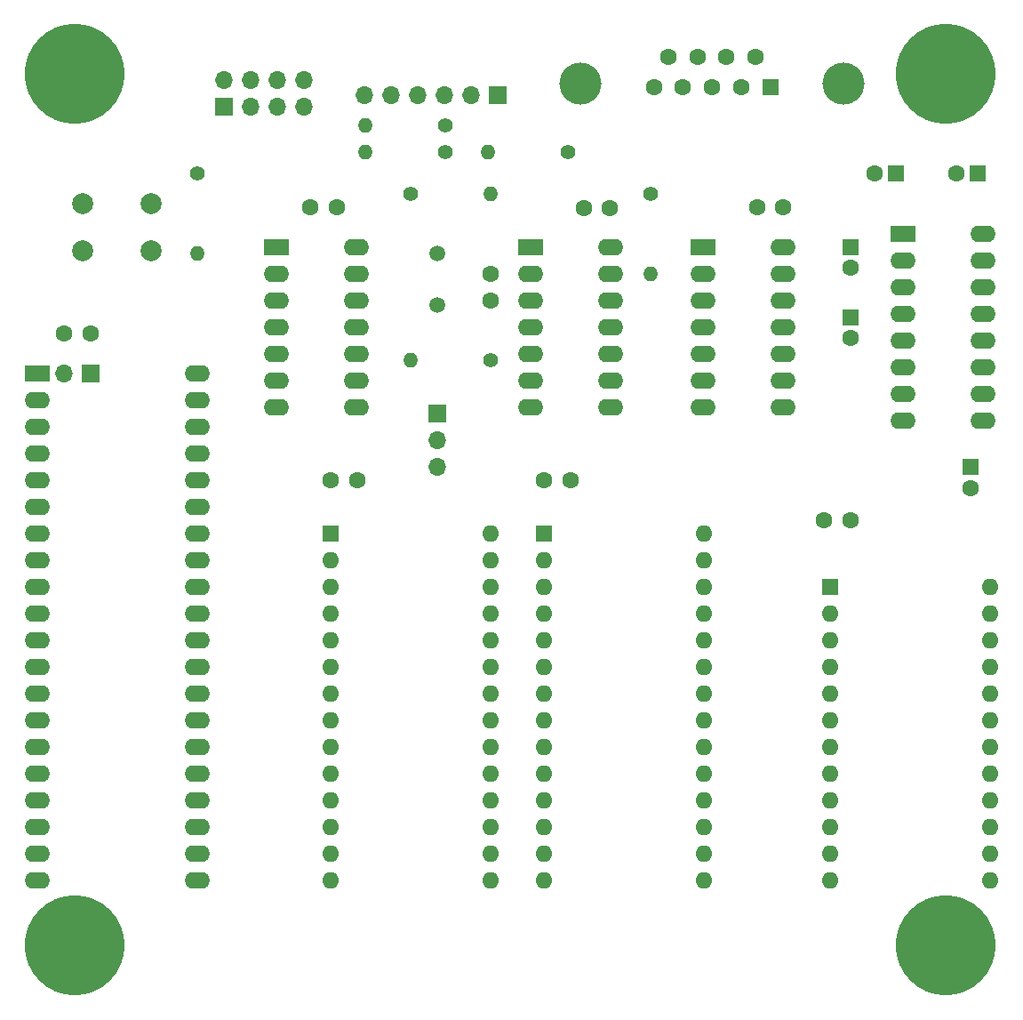
<source format=gts>
G04 #@! TF.GenerationSoftware,KiCad,Pcbnew,(6.0.1)*
G04 #@! TF.CreationDate,2022-09-11T12:04:35-04:00*
G04 #@! TF.ProjectId,SIMPLE-65C02,53494d50-4c45-42d3-9635-4330322e6b69,1*
G04 #@! TF.SameCoordinates,Original*
G04 #@! TF.FileFunction,Soldermask,Top*
G04 #@! TF.FilePolarity,Negative*
%FSLAX46Y46*%
G04 Gerber Fmt 4.6, Leading zero omitted, Abs format (unit mm)*
G04 Created by KiCad (PCBNEW (6.0.1)) date 2022-09-11 12:04:35*
%MOMM*%
%LPD*%
G01*
G04 APERTURE LIST*
%ADD10C,4.000000*%
%ADD11R,1.600000X1.600000*%
%ADD12C,1.600000*%
%ADD13R,2.400000X1.600000*%
%ADD14O,2.400000X1.600000*%
%ADD15C,1.400000*%
%ADD16O,1.400000X1.400000*%
%ADD17C,9.525000*%
%ADD18R,1.700000X1.700000*%
%ADD19O,1.700000X1.700000*%
%ADD20O,1.600000X1.600000*%
%ADD21C,2.000000*%
%ADD22C,1.500000*%
G04 APERTURE END LIST*
D10*
X143245000Y-54940000D03*
X168245000Y-54940000D03*
D11*
X161285000Y-55240000D03*
D12*
X158515000Y-55240000D03*
X155745000Y-55240000D03*
X152975000Y-55240000D03*
X150205000Y-55240000D03*
X159900000Y-52400000D03*
X157130000Y-52400000D03*
X154360000Y-52400000D03*
X151590000Y-52400000D03*
D13*
X173975000Y-69225000D03*
D14*
X173975000Y-71765000D03*
X173975000Y-74305000D03*
X173975000Y-76845000D03*
X173975000Y-79385000D03*
X173975000Y-81925000D03*
X173975000Y-84465000D03*
X173975000Y-87005000D03*
X181595000Y-87005000D03*
X181595000Y-84465000D03*
X181595000Y-81925000D03*
X181595000Y-79385000D03*
X181595000Y-76845000D03*
X181595000Y-74305000D03*
X181595000Y-71765000D03*
X181595000Y-69225000D03*
D12*
X121920000Y-92710000D03*
X119420000Y-92710000D03*
D15*
X134620000Y-81280000D03*
D16*
X127000000Y-81280000D03*
D15*
X106680000Y-63500000D03*
D16*
X106680000Y-71120000D03*
D12*
X96520000Y-78740000D03*
X94020000Y-78740000D03*
D17*
X95000000Y-54000000D03*
D15*
X149860000Y-65400000D03*
D16*
X149860000Y-73020000D03*
D12*
X119995000Y-66675000D03*
X117495000Y-66675000D03*
D15*
X141986000Y-61468000D03*
D16*
X134366000Y-61468000D03*
D13*
X91460000Y-82555000D03*
D14*
X91460000Y-85095000D03*
X91460000Y-87635000D03*
X91460000Y-90175000D03*
X91460000Y-92715000D03*
X91460000Y-95255000D03*
X91460000Y-97795000D03*
X91460000Y-100335000D03*
X91460000Y-102875000D03*
X91460000Y-105415000D03*
X91460000Y-107955000D03*
X91460000Y-110495000D03*
X91460000Y-113035000D03*
X91460000Y-115575000D03*
X91460000Y-118115000D03*
X91460000Y-120655000D03*
X91460000Y-123195000D03*
X91460000Y-125735000D03*
X91460000Y-128275000D03*
X91460000Y-130815000D03*
X106700000Y-130815000D03*
X106700000Y-128275000D03*
X106700000Y-125735000D03*
X106700000Y-123195000D03*
X106700000Y-120655000D03*
X106700000Y-118115000D03*
X106700000Y-115575000D03*
X106700000Y-113035000D03*
X106700000Y-110495000D03*
X106700000Y-107955000D03*
X106700000Y-105415000D03*
X106700000Y-102875000D03*
X106700000Y-100335000D03*
X106700000Y-97795000D03*
X106700000Y-95255000D03*
X106700000Y-92715000D03*
X106700000Y-90175000D03*
X106700000Y-87635000D03*
X106700000Y-85095000D03*
X106700000Y-82555000D03*
D18*
X109230000Y-57155000D03*
D19*
X109230000Y-54615000D03*
X111770000Y-57155000D03*
X111770000Y-54615000D03*
X114310000Y-57155000D03*
X114310000Y-54615000D03*
X116850000Y-57155000D03*
X116850000Y-54615000D03*
D12*
X142240000Y-92710000D03*
X139740000Y-92710000D03*
D11*
X119375000Y-97800000D03*
D20*
X119375000Y-100340000D03*
X119375000Y-102880000D03*
X119375000Y-105420000D03*
X119375000Y-107960000D03*
X119375000Y-110500000D03*
X119375000Y-113040000D03*
X119375000Y-115580000D03*
X119375000Y-118120000D03*
X119375000Y-120660000D03*
X119375000Y-123200000D03*
X119375000Y-125740000D03*
X119375000Y-128280000D03*
X119375000Y-130820000D03*
X134615000Y-130820000D03*
X134615000Y-128280000D03*
X134615000Y-125740000D03*
X134615000Y-123200000D03*
X134615000Y-120660000D03*
X134615000Y-118120000D03*
X134615000Y-115580000D03*
X134615000Y-113040000D03*
X134615000Y-110500000D03*
X134615000Y-107960000D03*
X134615000Y-105420000D03*
X134615000Y-102880000D03*
X134615000Y-100340000D03*
X134615000Y-97800000D03*
D11*
X168910000Y-70480000D03*
D12*
X168910000Y-72480000D03*
X134620000Y-75560000D03*
X134620000Y-73060000D03*
D11*
X167000000Y-102865000D03*
D20*
X167000000Y-105405000D03*
X167000000Y-107945000D03*
X167000000Y-110485000D03*
X167000000Y-113025000D03*
X167000000Y-115565000D03*
X167000000Y-118105000D03*
X167000000Y-120645000D03*
X167000000Y-123185000D03*
X167000000Y-125725000D03*
X167000000Y-128265000D03*
X167000000Y-130805000D03*
X182240000Y-130805000D03*
X182240000Y-128265000D03*
X182240000Y-125725000D03*
X182240000Y-123185000D03*
X182240000Y-120645000D03*
X182240000Y-118105000D03*
X182240000Y-115565000D03*
X182240000Y-113025000D03*
X182240000Y-110485000D03*
X182240000Y-107945000D03*
X182240000Y-105405000D03*
X182240000Y-102865000D03*
D11*
X168910000Y-77149888D03*
D12*
X168910000Y-79149888D03*
X162540000Y-66675000D03*
X160040000Y-66675000D03*
D17*
X95000000Y-137000000D03*
D18*
X135350000Y-56000000D03*
D19*
X132810000Y-56000000D03*
X130270000Y-56000000D03*
X127730000Y-56000000D03*
X125190000Y-56000000D03*
X122650000Y-56000000D03*
D18*
X96520000Y-82550000D03*
D19*
X93980000Y-82550000D03*
D11*
X139695000Y-97800000D03*
D20*
X139695000Y-100340000D03*
X139695000Y-102880000D03*
X139695000Y-105420000D03*
X139695000Y-107960000D03*
X139695000Y-110500000D03*
X139695000Y-113040000D03*
X139695000Y-115580000D03*
X139695000Y-118120000D03*
X139695000Y-120660000D03*
X139695000Y-123200000D03*
X139695000Y-125740000D03*
X139695000Y-128280000D03*
X139695000Y-130820000D03*
X154935000Y-130820000D03*
X154935000Y-128280000D03*
X154935000Y-125740000D03*
X154935000Y-123200000D03*
X154935000Y-120660000D03*
X154935000Y-118120000D03*
X154935000Y-115580000D03*
X154935000Y-113040000D03*
X154935000Y-110500000D03*
X154935000Y-107960000D03*
X154935000Y-105420000D03*
X154935000Y-102880000D03*
X154935000Y-100340000D03*
X154935000Y-97800000D03*
D21*
X95810000Y-66330000D03*
X102310000Y-66330000D03*
X95810000Y-70830000D03*
X102310000Y-70830000D03*
D13*
X154920000Y-70475000D03*
D14*
X154920000Y-73015000D03*
X154920000Y-75555000D03*
X154920000Y-78095000D03*
X154920000Y-80635000D03*
X154920000Y-83175000D03*
X154920000Y-85715000D03*
X162540000Y-85715000D03*
X162540000Y-83175000D03*
X162540000Y-80635000D03*
X162540000Y-78095000D03*
X162540000Y-75555000D03*
X162540000Y-73015000D03*
X162540000Y-70475000D03*
D17*
X178000000Y-54000000D03*
D18*
X129540000Y-86360000D03*
D19*
X129540000Y-88900000D03*
X129540000Y-91440000D03*
D12*
X143530000Y-66802000D03*
X146030000Y-66802000D03*
D15*
X130302000Y-58928000D03*
D16*
X122682000Y-58928000D03*
D17*
X178000000Y-137000000D03*
D11*
X180340000Y-91440000D03*
D12*
X180340000Y-93440000D03*
D11*
X181041113Y-63500000D03*
D12*
X179041113Y-63500000D03*
D15*
X126995000Y-65400000D03*
D16*
X134615000Y-65400000D03*
D13*
X138425000Y-70480000D03*
D14*
X138425000Y-73020000D03*
X138425000Y-75560000D03*
X138425000Y-78100000D03*
X138425000Y-80640000D03*
X138425000Y-83180000D03*
X138425000Y-85720000D03*
X146045000Y-85720000D03*
X146045000Y-83180000D03*
X146045000Y-80640000D03*
X146045000Y-78100000D03*
X146045000Y-75560000D03*
X146045000Y-73020000D03*
X146045000Y-70480000D03*
D15*
X130302000Y-61468000D03*
D16*
X122682000Y-61468000D03*
D22*
X129540000Y-71120000D03*
X129540000Y-76000000D03*
D12*
X168905000Y-96460000D03*
X166405000Y-96460000D03*
D13*
X114280000Y-70475000D03*
D14*
X114280000Y-73015000D03*
X114280000Y-75555000D03*
X114280000Y-78095000D03*
X114280000Y-80635000D03*
X114280000Y-83175000D03*
X114280000Y-85715000D03*
X121900000Y-85715000D03*
X121900000Y-83175000D03*
X121900000Y-80635000D03*
X121900000Y-78095000D03*
X121900000Y-75555000D03*
X121900000Y-73015000D03*
X121900000Y-70475000D03*
D11*
X173260000Y-63500000D03*
D12*
X171260000Y-63500000D03*
M02*

</source>
